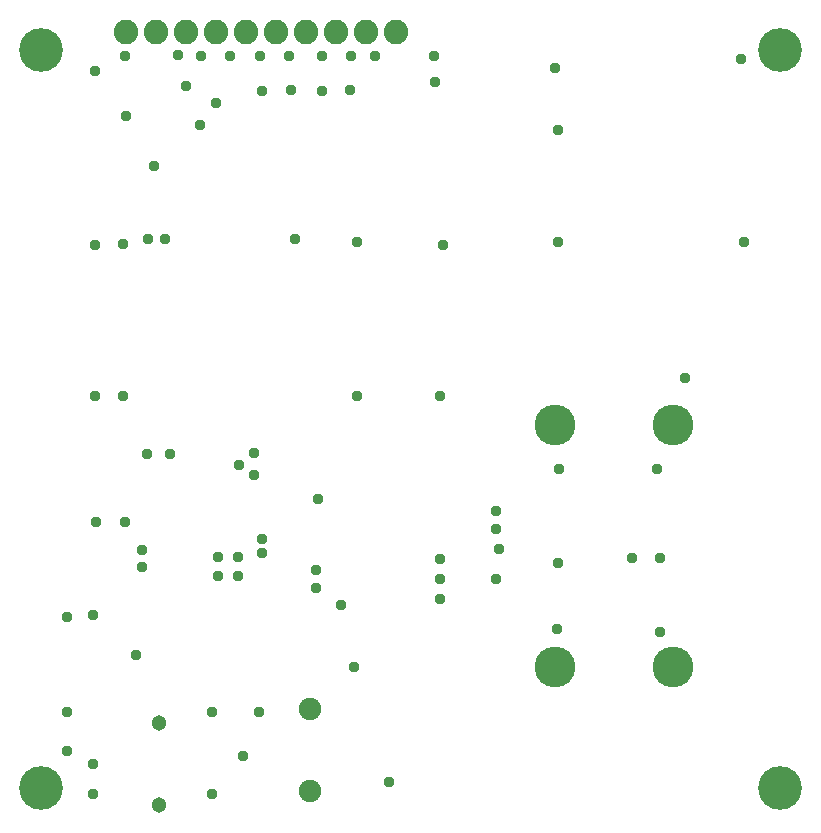
<source format=gbr>
G04 EAGLE Gerber RS-274X export*
G75*
%MOMM*%
%FSLAX34Y34*%
%LPD*%
%INSoldermask Bottom*%
%IPPOS*%
%AMOC8*
5,1,8,0,0,1.08239X$1,22.5*%
G01*
%ADD10C,3.703200*%
%ADD11C,3.453200*%
%ADD12C,2.082800*%
%ADD13C,1.903200*%
%ADD14C,1.303200*%
%ADD15C,0.959600*%


D10*
X37500Y662500D03*
X662500Y662500D03*
X662500Y37500D03*
X37500Y37500D03*
D11*
X472500Y140000D03*
X572500Y140000D03*
X572500Y345000D03*
X472500Y345000D03*
D12*
X108900Y678000D03*
X134300Y678000D03*
X159700Y678000D03*
X185100Y678000D03*
X210500Y678000D03*
X235900Y678000D03*
X261300Y678000D03*
X286700Y678000D03*
X312100Y678000D03*
X337500Y678000D03*
D13*
X265000Y35000D03*
X265000Y105000D03*
D14*
X137000Y23000D03*
X137000Y93000D03*
D15*
X117500Y150000D03*
X204500Y311000D03*
X472500Y647500D03*
X425000Y240000D03*
X537500Y232500D03*
X82500Y645000D03*
X82500Y497500D03*
X82500Y370000D03*
X84000Y263000D03*
X582500Y385000D03*
X632500Y500000D03*
X630000Y655000D03*
X108500Y657500D03*
X172500Y657500D03*
X197500Y657500D03*
X222500Y657500D03*
X247500Y657500D03*
X275000Y657500D03*
X300000Y657500D03*
X375000Y215000D03*
X375000Y231500D03*
X476000Y307500D03*
X375000Y198000D03*
X377500Y497500D03*
X375000Y370000D03*
X370000Y657500D03*
X475000Y500000D03*
X475000Y595000D03*
X474000Y172000D03*
X561000Y170000D03*
X561000Y232500D03*
X558500Y307500D03*
X422000Y272500D03*
X305000Y500000D03*
X305000Y370000D03*
X252500Y502500D03*
X142500Y502500D03*
X127500Y502500D03*
X153000Y658000D03*
X275000Y627500D03*
X299000Y628500D03*
X249000Y628500D03*
X224000Y627500D03*
X172000Y599500D03*
X133000Y564500D03*
X126500Y320500D03*
X146500Y320500D03*
X217500Y321500D03*
X271500Y282500D03*
X291500Y192500D03*
X221500Y102500D03*
X181500Y102500D03*
X59500Y102500D03*
X181500Y32500D03*
X81500Y32500D03*
X331500Y42500D03*
X320000Y657500D03*
X475000Y228000D03*
X81500Y58500D03*
X81500Y184500D03*
X59500Y182500D03*
X59500Y69500D03*
X217500Y302500D03*
X187000Y217000D03*
X204000Y217000D03*
X204000Y233000D03*
X187000Y233000D03*
X108000Y263000D03*
X106500Y370000D03*
X106500Y498500D03*
X109500Y607000D03*
X371000Y635500D03*
X224500Y248500D03*
X185000Y617500D03*
X122500Y224500D03*
X302000Y140000D03*
X122500Y239500D03*
X208000Y65000D03*
X422500Y215000D03*
X270000Y207500D03*
X224500Y237000D03*
X160000Y632500D03*
X422000Y257000D03*
X270000Y222500D03*
M02*

</source>
